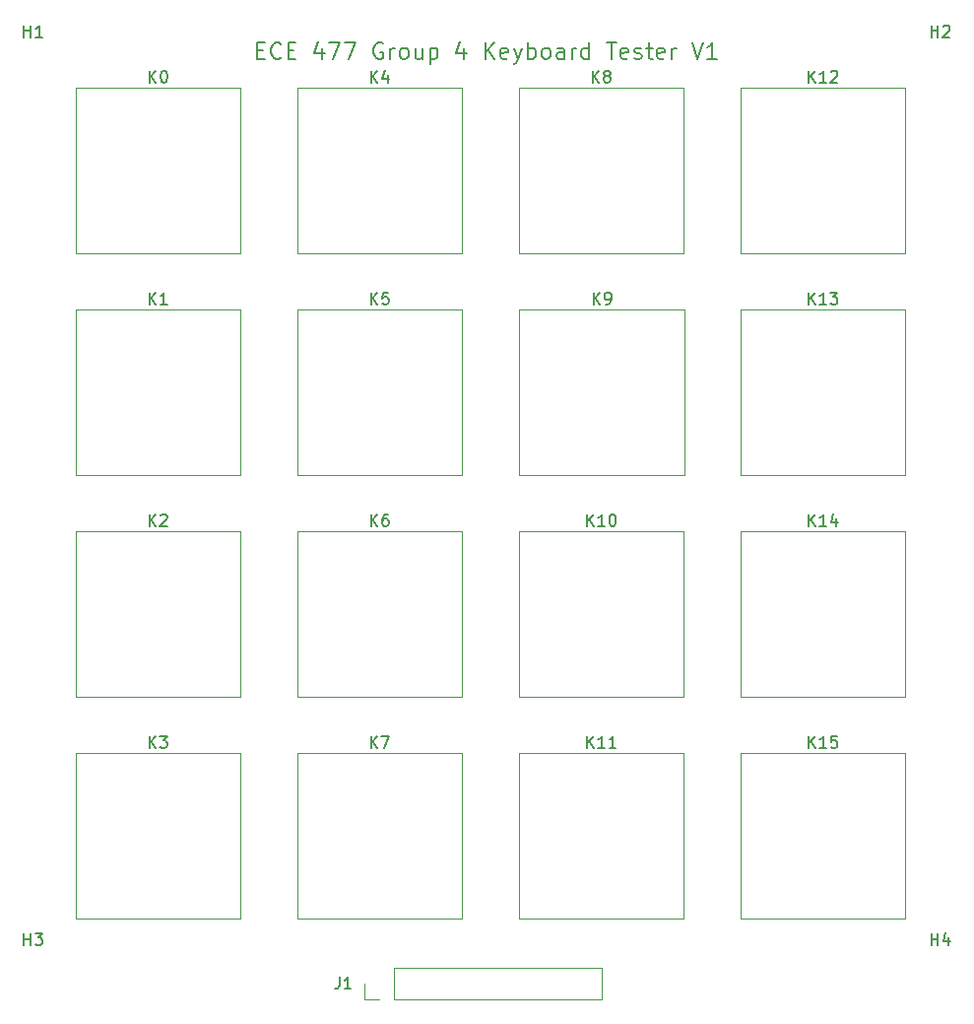
<source format=gbr>
%TF.GenerationSoftware,KiCad,Pcbnew,(6.0.7-1)-1*%
%TF.CreationDate,2022-09-13T12:36:23-04:00*%
%TF.ProjectId,KBT1,4b425431-2e6b-4696-9361-645f70636258,rev?*%
%TF.SameCoordinates,Original*%
%TF.FileFunction,Legend,Top*%
%TF.FilePolarity,Positive*%
%FSLAX46Y46*%
G04 Gerber Fmt 4.6, Leading zero omitted, Abs format (unit mm)*
G04 Created by KiCad (PCBNEW (6.0.7-1)-1) date 2022-09-13 12:36:23*
%MOMM*%
%LPD*%
G01*
G04 APERTURE LIST*
%ADD10C,0.150000*%
%ADD11C,0.120000*%
G04 APERTURE END LIST*
D10*
X40266666Y-18900000D02*
X40733333Y-18900000D01*
X40933333Y-19633333D02*
X40266666Y-19633333D01*
X40266666Y-18233333D01*
X40933333Y-18233333D01*
X42333333Y-19500000D02*
X42266666Y-19566666D01*
X42066666Y-19633333D01*
X41933333Y-19633333D01*
X41733333Y-19566666D01*
X41599999Y-19433333D01*
X41533333Y-19300000D01*
X41466666Y-19033333D01*
X41466666Y-18833333D01*
X41533333Y-18566666D01*
X41599999Y-18433333D01*
X41733333Y-18300000D01*
X41933333Y-18233333D01*
X42066666Y-18233333D01*
X42266666Y-18300000D01*
X42333333Y-18366666D01*
X42933333Y-18900000D02*
X43399999Y-18900000D01*
X43599999Y-19633333D02*
X42933333Y-19633333D01*
X42933333Y-18233333D01*
X43599999Y-18233333D01*
X45866666Y-18700000D02*
X45866666Y-19633333D01*
X45533333Y-18166666D02*
X45199999Y-19166666D01*
X46066666Y-19166666D01*
X46466666Y-18233333D02*
X47399999Y-18233333D01*
X46799999Y-19633333D01*
X47799999Y-18233333D02*
X48733333Y-18233333D01*
X48133333Y-19633333D01*
X51066666Y-18300000D02*
X50933333Y-18233333D01*
X50733333Y-18233333D01*
X50533333Y-18300000D01*
X50399999Y-18433333D01*
X50333333Y-18566666D01*
X50266666Y-18833333D01*
X50266666Y-19033333D01*
X50333333Y-19300000D01*
X50399999Y-19433333D01*
X50533333Y-19566666D01*
X50733333Y-19633333D01*
X50866666Y-19633333D01*
X51066666Y-19566666D01*
X51133333Y-19500000D01*
X51133333Y-19033333D01*
X50866666Y-19033333D01*
X51733333Y-19633333D02*
X51733333Y-18700000D01*
X51733333Y-18966666D02*
X51799999Y-18833333D01*
X51866666Y-18766666D01*
X51999999Y-18700000D01*
X52133333Y-18700000D01*
X52799999Y-19633333D02*
X52666666Y-19566666D01*
X52599999Y-19500000D01*
X52533333Y-19366666D01*
X52533333Y-18966666D01*
X52599999Y-18833333D01*
X52666666Y-18766666D01*
X52799999Y-18700000D01*
X52999999Y-18700000D01*
X53133333Y-18766666D01*
X53199999Y-18833333D01*
X53266666Y-18966666D01*
X53266666Y-19366666D01*
X53199999Y-19500000D01*
X53133333Y-19566666D01*
X52999999Y-19633333D01*
X52799999Y-19633333D01*
X54466666Y-18700000D02*
X54466666Y-19633333D01*
X53866666Y-18700000D02*
X53866666Y-19433333D01*
X53933333Y-19566666D01*
X54066666Y-19633333D01*
X54266666Y-19633333D01*
X54399999Y-19566666D01*
X54466666Y-19500000D01*
X55133333Y-18700000D02*
X55133333Y-20100000D01*
X55133333Y-18766666D02*
X55266666Y-18700000D01*
X55533333Y-18700000D01*
X55666666Y-18766666D01*
X55733333Y-18833333D01*
X55799999Y-18966666D01*
X55799999Y-19366666D01*
X55733333Y-19500000D01*
X55666666Y-19566666D01*
X55533333Y-19633333D01*
X55266666Y-19633333D01*
X55133333Y-19566666D01*
X58066666Y-18700000D02*
X58066666Y-19633333D01*
X57733333Y-18166666D02*
X57399999Y-19166666D01*
X58266666Y-19166666D01*
X59866666Y-19633333D02*
X59866666Y-18233333D01*
X60666666Y-19633333D02*
X60066666Y-18833333D01*
X60666666Y-18233333D02*
X59866666Y-19033333D01*
X61799999Y-19566666D02*
X61666666Y-19633333D01*
X61399999Y-19633333D01*
X61266666Y-19566666D01*
X61199999Y-19433333D01*
X61199999Y-18900000D01*
X61266666Y-18766666D01*
X61399999Y-18700000D01*
X61666666Y-18700000D01*
X61799999Y-18766666D01*
X61866666Y-18900000D01*
X61866666Y-19033333D01*
X61199999Y-19166666D01*
X62333333Y-18700000D02*
X62666666Y-19633333D01*
X62999999Y-18700000D02*
X62666666Y-19633333D01*
X62533333Y-19966666D01*
X62466666Y-20033333D01*
X62333333Y-20100000D01*
X63533333Y-19633333D02*
X63533333Y-18233333D01*
X63533333Y-18766666D02*
X63666666Y-18700000D01*
X63933333Y-18700000D01*
X64066666Y-18766666D01*
X64133333Y-18833333D01*
X64199999Y-18966666D01*
X64199999Y-19366666D01*
X64133333Y-19500000D01*
X64066666Y-19566666D01*
X63933333Y-19633333D01*
X63666666Y-19633333D01*
X63533333Y-19566666D01*
X64999999Y-19633333D02*
X64866666Y-19566666D01*
X64799999Y-19500000D01*
X64733333Y-19366666D01*
X64733333Y-18966666D01*
X64799999Y-18833333D01*
X64866666Y-18766666D01*
X64999999Y-18700000D01*
X65199999Y-18700000D01*
X65333333Y-18766666D01*
X65399999Y-18833333D01*
X65466666Y-18966666D01*
X65466666Y-19366666D01*
X65399999Y-19500000D01*
X65333333Y-19566666D01*
X65199999Y-19633333D01*
X64999999Y-19633333D01*
X66666666Y-19633333D02*
X66666666Y-18900000D01*
X66600000Y-18766666D01*
X66466666Y-18700000D01*
X66200000Y-18700000D01*
X66066666Y-18766666D01*
X66666666Y-19566666D02*
X66533333Y-19633333D01*
X66200000Y-19633333D01*
X66066666Y-19566666D01*
X66000000Y-19433333D01*
X66000000Y-19300000D01*
X66066666Y-19166666D01*
X66200000Y-19100000D01*
X66533333Y-19100000D01*
X66666666Y-19033333D01*
X67333333Y-19633333D02*
X67333333Y-18700000D01*
X67333333Y-18966666D02*
X67400000Y-18833333D01*
X67466666Y-18766666D01*
X67600000Y-18700000D01*
X67733333Y-18700000D01*
X68800000Y-19633333D02*
X68800000Y-18233333D01*
X68800000Y-19566666D02*
X68666666Y-19633333D01*
X68400000Y-19633333D01*
X68266666Y-19566666D01*
X68200000Y-19500000D01*
X68133333Y-19366666D01*
X68133333Y-18966666D01*
X68200000Y-18833333D01*
X68266666Y-18766666D01*
X68400000Y-18700000D01*
X68666666Y-18700000D01*
X68800000Y-18766666D01*
X70333333Y-18233333D02*
X71133333Y-18233333D01*
X70733333Y-19633333D02*
X70733333Y-18233333D01*
X72133333Y-19566666D02*
X72000000Y-19633333D01*
X71733333Y-19633333D01*
X71600000Y-19566666D01*
X71533333Y-19433333D01*
X71533333Y-18900000D01*
X71600000Y-18766666D01*
X71733333Y-18700000D01*
X72000000Y-18700000D01*
X72133333Y-18766666D01*
X72200000Y-18900000D01*
X72200000Y-19033333D01*
X71533333Y-19166666D01*
X72733333Y-19566666D02*
X72866666Y-19633333D01*
X73133333Y-19633333D01*
X73266666Y-19566666D01*
X73333333Y-19433333D01*
X73333333Y-19366666D01*
X73266666Y-19233333D01*
X73133333Y-19166666D01*
X72933333Y-19166666D01*
X72800000Y-19100000D01*
X72733333Y-18966666D01*
X72733333Y-18900000D01*
X72800000Y-18766666D01*
X72933333Y-18700000D01*
X73133333Y-18700000D01*
X73266666Y-18766666D01*
X73733333Y-18700000D02*
X74266666Y-18700000D01*
X73933333Y-18233333D02*
X73933333Y-19433333D01*
X74000000Y-19566666D01*
X74133333Y-19633333D01*
X74266666Y-19633333D01*
X75266666Y-19566666D02*
X75133333Y-19633333D01*
X74866666Y-19633333D01*
X74733333Y-19566666D01*
X74666666Y-19433333D01*
X74666666Y-18900000D01*
X74733333Y-18766666D01*
X74866666Y-18700000D01*
X75133333Y-18700000D01*
X75266666Y-18766666D01*
X75333333Y-18900000D01*
X75333333Y-19033333D01*
X74666666Y-19166666D01*
X75933333Y-19633333D02*
X75933333Y-18700000D01*
X75933333Y-18966666D02*
X76000000Y-18833333D01*
X76066666Y-18766666D01*
X76200000Y-18700000D01*
X76333333Y-18700000D01*
X77666666Y-18233333D02*
X78133333Y-19633333D01*
X78600000Y-18233333D01*
X79800000Y-19633333D02*
X79000000Y-19633333D01*
X79400000Y-19633333D02*
X79400000Y-18233333D01*
X79266666Y-18433333D01*
X79133333Y-18566666D01*
X79000000Y-18633333D01*
%TO.C,K0*%
X31011904Y-21662380D02*
X31011904Y-20662380D01*
X31583333Y-21662380D02*
X31154761Y-21090952D01*
X31583333Y-20662380D02*
X31011904Y-21233809D01*
X32202380Y-20662380D02*
X32297619Y-20662380D01*
X32392857Y-20710000D01*
X32440476Y-20757619D01*
X32488095Y-20852857D01*
X32535714Y-21043333D01*
X32535714Y-21281428D01*
X32488095Y-21471904D01*
X32440476Y-21567142D01*
X32392857Y-21614761D01*
X32297619Y-21662380D01*
X32202380Y-21662380D01*
X32107142Y-21614761D01*
X32059523Y-21567142D01*
X32011904Y-21471904D01*
X31964285Y-21281428D01*
X31964285Y-21043333D01*
X32011904Y-20852857D01*
X32059523Y-20757619D01*
X32107142Y-20710000D01*
X32202380Y-20662380D01*
%TO.C,K1*%
X31011904Y-40712380D02*
X31011904Y-39712380D01*
X31583333Y-40712380D02*
X31154761Y-40140952D01*
X31583333Y-39712380D02*
X31011904Y-40283809D01*
X32535714Y-40712380D02*
X31964285Y-40712380D01*
X32250000Y-40712380D02*
X32250000Y-39712380D01*
X32154761Y-39855238D01*
X32059523Y-39950476D01*
X31964285Y-39998095D01*
%TO.C,K2*%
X31011904Y-59762380D02*
X31011904Y-58762380D01*
X31583333Y-59762380D02*
X31154761Y-59190952D01*
X31583333Y-58762380D02*
X31011904Y-59333809D01*
X31964285Y-58857619D02*
X32011904Y-58810000D01*
X32107142Y-58762380D01*
X32345238Y-58762380D01*
X32440476Y-58810000D01*
X32488095Y-58857619D01*
X32535714Y-58952857D01*
X32535714Y-59048095D01*
X32488095Y-59190952D01*
X31916666Y-59762380D01*
X32535714Y-59762380D01*
%TO.C,K3*%
X31011904Y-78812380D02*
X31011904Y-77812380D01*
X31583333Y-78812380D02*
X31154761Y-78240952D01*
X31583333Y-77812380D02*
X31011904Y-78383809D01*
X31916666Y-77812380D02*
X32535714Y-77812380D01*
X32202380Y-78193333D01*
X32345238Y-78193333D01*
X32440476Y-78240952D01*
X32488095Y-78288571D01*
X32535714Y-78383809D01*
X32535714Y-78621904D01*
X32488095Y-78717142D01*
X32440476Y-78764761D01*
X32345238Y-78812380D01*
X32059523Y-78812380D01*
X31964285Y-78764761D01*
X31916666Y-78717142D01*
%TO.C,K4*%
X50061904Y-21662380D02*
X50061904Y-20662380D01*
X50633333Y-21662380D02*
X50204761Y-21090952D01*
X50633333Y-20662380D02*
X50061904Y-21233809D01*
X51490476Y-20995714D02*
X51490476Y-21662380D01*
X51252380Y-20614761D02*
X51014285Y-21329047D01*
X51633333Y-21329047D01*
%TO.C,K5*%
X50061904Y-40712380D02*
X50061904Y-39712380D01*
X50633333Y-40712380D02*
X50204761Y-40140952D01*
X50633333Y-39712380D02*
X50061904Y-40283809D01*
X51538095Y-39712380D02*
X51061904Y-39712380D01*
X51014285Y-40188571D01*
X51061904Y-40140952D01*
X51157142Y-40093333D01*
X51395238Y-40093333D01*
X51490476Y-40140952D01*
X51538095Y-40188571D01*
X51585714Y-40283809D01*
X51585714Y-40521904D01*
X51538095Y-40617142D01*
X51490476Y-40664761D01*
X51395238Y-40712380D01*
X51157142Y-40712380D01*
X51061904Y-40664761D01*
X51014285Y-40617142D01*
%TO.C,K6*%
X50061904Y-59762380D02*
X50061904Y-58762380D01*
X50633333Y-59762380D02*
X50204761Y-59190952D01*
X50633333Y-58762380D02*
X50061904Y-59333809D01*
X51490476Y-58762380D02*
X51300000Y-58762380D01*
X51204761Y-58810000D01*
X51157142Y-58857619D01*
X51061904Y-59000476D01*
X51014285Y-59190952D01*
X51014285Y-59571904D01*
X51061904Y-59667142D01*
X51109523Y-59714761D01*
X51204761Y-59762380D01*
X51395238Y-59762380D01*
X51490476Y-59714761D01*
X51538095Y-59667142D01*
X51585714Y-59571904D01*
X51585714Y-59333809D01*
X51538095Y-59238571D01*
X51490476Y-59190952D01*
X51395238Y-59143333D01*
X51204761Y-59143333D01*
X51109523Y-59190952D01*
X51061904Y-59238571D01*
X51014285Y-59333809D01*
%TO.C,K7*%
X50061904Y-78812380D02*
X50061904Y-77812380D01*
X50633333Y-78812380D02*
X50204761Y-78240952D01*
X50633333Y-77812380D02*
X50061904Y-78383809D01*
X50966666Y-77812380D02*
X51633333Y-77812380D01*
X51204761Y-78812380D01*
%TO.C,K8*%
X69111904Y-21662380D02*
X69111904Y-20662380D01*
X69683333Y-21662380D02*
X69254761Y-21090952D01*
X69683333Y-20662380D02*
X69111904Y-21233809D01*
X70254761Y-21090952D02*
X70159523Y-21043333D01*
X70111904Y-20995714D01*
X70064285Y-20900476D01*
X70064285Y-20852857D01*
X70111904Y-20757619D01*
X70159523Y-20710000D01*
X70254761Y-20662380D01*
X70445238Y-20662380D01*
X70540476Y-20710000D01*
X70588095Y-20757619D01*
X70635714Y-20852857D01*
X70635714Y-20900476D01*
X70588095Y-20995714D01*
X70540476Y-21043333D01*
X70445238Y-21090952D01*
X70254761Y-21090952D01*
X70159523Y-21138571D01*
X70111904Y-21186190D01*
X70064285Y-21281428D01*
X70064285Y-21471904D01*
X70111904Y-21567142D01*
X70159523Y-21614761D01*
X70254761Y-21662380D01*
X70445238Y-21662380D01*
X70540476Y-21614761D01*
X70588095Y-21567142D01*
X70635714Y-21471904D01*
X70635714Y-21281428D01*
X70588095Y-21186190D01*
X70540476Y-21138571D01*
X70445238Y-21090952D01*
%TO.C,K9*%
X69186905Y-40712380D02*
X69186905Y-39712380D01*
X69758334Y-40712380D02*
X69329762Y-40140952D01*
X69758334Y-39712380D02*
X69186905Y-40283809D01*
X70234524Y-40712380D02*
X70425001Y-40712380D01*
X70520239Y-40664761D01*
X70567858Y-40617142D01*
X70663096Y-40474285D01*
X70710715Y-40283809D01*
X70710715Y-39902857D01*
X70663096Y-39807619D01*
X70615477Y-39760000D01*
X70520239Y-39712380D01*
X70329762Y-39712380D01*
X70234524Y-39760000D01*
X70186905Y-39807619D01*
X70139286Y-39902857D01*
X70139286Y-40140952D01*
X70186905Y-40236190D01*
X70234524Y-40283809D01*
X70329762Y-40331428D01*
X70520239Y-40331428D01*
X70615477Y-40283809D01*
X70663096Y-40236190D01*
X70710715Y-40140952D01*
%TO.C,K10*%
X68635714Y-59762380D02*
X68635714Y-58762380D01*
X69207142Y-59762380D02*
X68778571Y-59190952D01*
X69207142Y-58762380D02*
X68635714Y-59333809D01*
X70159523Y-59762380D02*
X69588095Y-59762380D01*
X69873809Y-59762380D02*
X69873809Y-58762380D01*
X69778571Y-58905238D01*
X69683333Y-59000476D01*
X69588095Y-59048095D01*
X70778571Y-58762380D02*
X70873809Y-58762380D01*
X70969047Y-58810000D01*
X71016666Y-58857619D01*
X71064285Y-58952857D01*
X71111904Y-59143333D01*
X71111904Y-59381428D01*
X71064285Y-59571904D01*
X71016666Y-59667142D01*
X70969047Y-59714761D01*
X70873809Y-59762380D01*
X70778571Y-59762380D01*
X70683333Y-59714761D01*
X70635714Y-59667142D01*
X70588095Y-59571904D01*
X70540476Y-59381428D01*
X70540476Y-59143333D01*
X70588095Y-58952857D01*
X70635714Y-58857619D01*
X70683333Y-58810000D01*
X70778571Y-58762380D01*
%TO.C,K11*%
X68635714Y-78812380D02*
X68635714Y-77812380D01*
X69207142Y-78812380D02*
X68778571Y-78240952D01*
X69207142Y-77812380D02*
X68635714Y-78383809D01*
X70159523Y-78812380D02*
X69588095Y-78812380D01*
X69873809Y-78812380D02*
X69873809Y-77812380D01*
X69778571Y-77955238D01*
X69683333Y-78050476D01*
X69588095Y-78098095D01*
X71111904Y-78812380D02*
X70540476Y-78812380D01*
X70826190Y-78812380D02*
X70826190Y-77812380D01*
X70730952Y-77955238D01*
X70635714Y-78050476D01*
X70540476Y-78098095D01*
%TO.C,K12*%
X87685714Y-21662380D02*
X87685714Y-20662380D01*
X88257142Y-21662380D02*
X87828571Y-21090952D01*
X88257142Y-20662380D02*
X87685714Y-21233809D01*
X89209523Y-21662380D02*
X88638095Y-21662380D01*
X88923809Y-21662380D02*
X88923809Y-20662380D01*
X88828571Y-20805238D01*
X88733333Y-20900476D01*
X88638095Y-20948095D01*
X89590476Y-20757619D02*
X89638095Y-20710000D01*
X89733333Y-20662380D01*
X89971428Y-20662380D01*
X90066666Y-20710000D01*
X90114285Y-20757619D01*
X90161904Y-20852857D01*
X90161904Y-20948095D01*
X90114285Y-21090952D01*
X89542857Y-21662380D01*
X90161904Y-21662380D01*
%TO.C,K13*%
X87685714Y-40712380D02*
X87685714Y-39712380D01*
X88257142Y-40712380D02*
X87828571Y-40140952D01*
X88257142Y-39712380D02*
X87685714Y-40283809D01*
X89209523Y-40712380D02*
X88638095Y-40712380D01*
X88923809Y-40712380D02*
X88923809Y-39712380D01*
X88828571Y-39855238D01*
X88733333Y-39950476D01*
X88638095Y-39998095D01*
X89542857Y-39712380D02*
X90161904Y-39712380D01*
X89828571Y-40093333D01*
X89971428Y-40093333D01*
X90066666Y-40140952D01*
X90114285Y-40188571D01*
X90161904Y-40283809D01*
X90161904Y-40521904D01*
X90114285Y-40617142D01*
X90066666Y-40664761D01*
X89971428Y-40712380D01*
X89685714Y-40712380D01*
X89590476Y-40664761D01*
X89542857Y-40617142D01*
%TO.C,K14*%
X87685714Y-59762380D02*
X87685714Y-58762380D01*
X88257142Y-59762380D02*
X87828571Y-59190952D01*
X88257142Y-58762380D02*
X87685714Y-59333809D01*
X89209523Y-59762380D02*
X88638095Y-59762380D01*
X88923809Y-59762380D02*
X88923809Y-58762380D01*
X88828571Y-58905238D01*
X88733333Y-59000476D01*
X88638095Y-59048095D01*
X90066666Y-59095714D02*
X90066666Y-59762380D01*
X89828571Y-58714761D02*
X89590476Y-59429047D01*
X90209523Y-59429047D01*
%TO.C,K15*%
X87685714Y-78812380D02*
X87685714Y-77812380D01*
X88257142Y-78812380D02*
X87828571Y-78240952D01*
X88257142Y-77812380D02*
X87685714Y-78383809D01*
X89209523Y-78812380D02*
X88638095Y-78812380D01*
X88923809Y-78812380D02*
X88923809Y-77812380D01*
X88828571Y-77955238D01*
X88733333Y-78050476D01*
X88638095Y-78098095D01*
X90114285Y-77812380D02*
X89638095Y-77812380D01*
X89590476Y-78288571D01*
X89638095Y-78240952D01*
X89733333Y-78193333D01*
X89971428Y-78193333D01*
X90066666Y-78240952D01*
X90114285Y-78288571D01*
X90161904Y-78383809D01*
X90161904Y-78621904D01*
X90114285Y-78717142D01*
X90066666Y-78764761D01*
X89971428Y-78812380D01*
X89733333Y-78812380D01*
X89638095Y-78764761D01*
X89590476Y-78717142D01*
%TO.C,H3*%
X20238095Y-95752380D02*
X20238095Y-94752380D01*
X20238095Y-95228571D02*
X20809523Y-95228571D01*
X20809523Y-95752380D02*
X20809523Y-94752380D01*
X21190476Y-94752380D02*
X21809523Y-94752380D01*
X21476190Y-95133333D01*
X21619047Y-95133333D01*
X21714285Y-95180952D01*
X21761904Y-95228571D01*
X21809523Y-95323809D01*
X21809523Y-95561904D01*
X21761904Y-95657142D01*
X21714285Y-95704761D01*
X21619047Y-95752380D01*
X21333333Y-95752380D01*
X21238095Y-95704761D01*
X21190476Y-95657142D01*
%TO.C,J1*%
X47341666Y-98512380D02*
X47341666Y-99226666D01*
X47294047Y-99369523D01*
X47198809Y-99464761D01*
X47055952Y-99512380D01*
X46960714Y-99512380D01*
X48341666Y-99512380D02*
X47770238Y-99512380D01*
X48055952Y-99512380D02*
X48055952Y-98512380D01*
X47960714Y-98655238D01*
X47865476Y-98750476D01*
X47770238Y-98798095D01*
%TO.C,H1*%
X20238095Y-17752380D02*
X20238095Y-16752380D01*
X20238095Y-17228571D02*
X20809523Y-17228571D01*
X20809523Y-17752380D02*
X20809523Y-16752380D01*
X21809523Y-17752380D02*
X21238095Y-17752380D01*
X21523809Y-17752380D02*
X21523809Y-16752380D01*
X21428571Y-16895238D01*
X21333333Y-16990476D01*
X21238095Y-17038095D01*
%TO.C,H4*%
X98238095Y-95752380D02*
X98238095Y-94752380D01*
X98238095Y-95228571D02*
X98809523Y-95228571D01*
X98809523Y-95752380D02*
X98809523Y-94752380D01*
X99714285Y-95085714D02*
X99714285Y-95752380D01*
X99476190Y-94704761D02*
X99238095Y-95419047D01*
X99857142Y-95419047D01*
%TO.C,H2*%
X98238095Y-17752380D02*
X98238095Y-16752380D01*
X98238095Y-17228571D02*
X98809523Y-17228571D01*
X98809523Y-17752380D02*
X98809523Y-16752380D01*
X99238095Y-16847619D02*
X99285714Y-16800000D01*
X99380952Y-16752380D01*
X99619047Y-16752380D01*
X99714285Y-16800000D01*
X99761904Y-16847619D01*
X99809523Y-16942857D01*
X99809523Y-17038095D01*
X99761904Y-17180952D01*
X99190476Y-17752380D01*
X99809523Y-17752380D01*
D11*
%TO.C,K0*%
X24650000Y-36310000D02*
X38850000Y-36310000D01*
X38850000Y-36310000D02*
X38850000Y-22110000D01*
X38850000Y-22110000D02*
X24650000Y-22110000D01*
X24650000Y-22110000D02*
X24650000Y-36310000D01*
%TO.C,K1*%
X24650000Y-41160000D02*
X24650000Y-55360000D01*
X24650000Y-55360000D02*
X38850000Y-55360000D01*
X38850000Y-55360000D02*
X38850000Y-41160000D01*
X38850000Y-41160000D02*
X24650000Y-41160000D01*
%TO.C,K2*%
X24650000Y-74410000D02*
X38850000Y-74410000D01*
X38850000Y-74410000D02*
X38850000Y-60210000D01*
X38850000Y-60210000D02*
X24650000Y-60210000D01*
X24650000Y-60210000D02*
X24650000Y-74410000D01*
%TO.C,K3*%
X24650000Y-79260000D02*
X24650000Y-93460000D01*
X38850000Y-79260000D02*
X24650000Y-79260000D01*
X38850000Y-93460000D02*
X38850000Y-79260000D01*
X24650000Y-93460000D02*
X38850000Y-93460000D01*
%TO.C,K4*%
X57900000Y-36310000D02*
X57900000Y-22110000D01*
X43700000Y-22110000D02*
X43700000Y-36310000D01*
X43700000Y-36310000D02*
X57900000Y-36310000D01*
X57900000Y-22110000D02*
X43700000Y-22110000D01*
%TO.C,K5*%
X43700000Y-55360000D02*
X57900000Y-55360000D01*
X43700000Y-41160000D02*
X43700000Y-55360000D01*
X57900000Y-41160000D02*
X43700000Y-41160000D01*
X57900000Y-55360000D02*
X57900000Y-41160000D01*
%TO.C,K6*%
X43700000Y-74410000D02*
X57900000Y-74410000D01*
X57900000Y-60210000D02*
X43700000Y-60210000D01*
X57900000Y-74410000D02*
X57900000Y-60210000D01*
X43700000Y-60210000D02*
X43700000Y-74410000D01*
%TO.C,K7*%
X43700000Y-93460000D02*
X57900000Y-93460000D01*
X43700000Y-79260000D02*
X43700000Y-93460000D01*
X57900000Y-93460000D02*
X57900000Y-79260000D01*
X57900000Y-79260000D02*
X43700000Y-79260000D01*
%TO.C,K8*%
X62750000Y-36310000D02*
X76950000Y-36310000D01*
X62750000Y-22110000D02*
X62750000Y-36310000D01*
X76950000Y-36310000D02*
X76950000Y-22110000D01*
X76950000Y-22110000D02*
X62750000Y-22110000D01*
%TO.C,K9*%
X77025001Y-41160000D02*
X62825001Y-41160000D01*
X62825001Y-55360000D02*
X77025001Y-55360000D01*
X77025001Y-55360000D02*
X77025001Y-41160000D01*
X62825001Y-41160000D02*
X62825001Y-55360000D01*
%TO.C,K10*%
X76950000Y-60210000D02*
X62750000Y-60210000D01*
X62750000Y-74410000D02*
X76950000Y-74410000D01*
X62750000Y-60210000D02*
X62750000Y-74410000D01*
X76950000Y-74410000D02*
X76950000Y-60210000D01*
%TO.C,K11*%
X62750000Y-79260000D02*
X62750000Y-93460000D01*
X76950000Y-79260000D02*
X62750000Y-79260000D01*
X62750000Y-93460000D02*
X76950000Y-93460000D01*
X76950000Y-93460000D02*
X76950000Y-79260000D01*
%TO.C,K12*%
X81800000Y-22110000D02*
X81800000Y-36310000D01*
X81800000Y-36310000D02*
X96000000Y-36310000D01*
X96000000Y-36310000D02*
X96000000Y-22110000D01*
X96000000Y-22110000D02*
X81800000Y-22110000D01*
%TO.C,K13*%
X96000000Y-55360000D02*
X96000000Y-41160000D01*
X81800000Y-41160000D02*
X81800000Y-55360000D01*
X81800000Y-55360000D02*
X96000000Y-55360000D01*
X96000000Y-41160000D02*
X81800000Y-41160000D01*
%TO.C,K14*%
X96000000Y-74410000D02*
X96000000Y-60210000D01*
X81800000Y-74410000D02*
X96000000Y-74410000D01*
X96000000Y-60210000D02*
X81800000Y-60210000D01*
X81800000Y-60210000D02*
X81800000Y-74410000D01*
%TO.C,K15*%
X96000000Y-79260000D02*
X81800000Y-79260000D01*
X81800000Y-79260000D02*
X81800000Y-93460000D01*
X96000000Y-93460000D02*
X96000000Y-79260000D01*
X81800000Y-93460000D02*
X96000000Y-93460000D01*
%TO.C,J1*%
X52070000Y-100390000D02*
X52070000Y-97730000D01*
X49470000Y-100390000D02*
X49470000Y-99060000D01*
X52070000Y-97730000D02*
X69910000Y-97730000D01*
X69910000Y-100390000D02*
X69910000Y-97730000D01*
X52070000Y-100390000D02*
X69910000Y-100390000D01*
X50800000Y-100390000D02*
X49470000Y-100390000D01*
%TD*%
M02*

</source>
